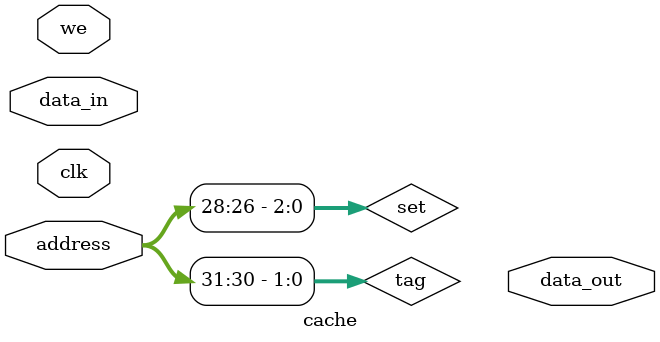
<source format=sv>
module cache #( // 4-way, 8 set, block size 4 bytes
    Data_Width =32, 
    Set_Width = 3,
    BlockOffset = 2,
    ByteOffset = 2,
    Tag_Width = 2
) (
    input logic                             clk,
    input logic [Data_Width-1:0]            data_in,    
    input logic [Data_Width-1:0]            address,  
    input logic                             we,                  

    output logic [Data_Width-1:0]           data_out,   
);
    logic                   valid; //size?
    logic                   hit;
    logic                   dirty;
    logic                   used;
    logic [Set_Width-1:0]   set;
    logic [Tag_Width-1:0]   tag;


    logic [(Data_Width*4+Tag_Width+2):0] cacheMem  [2**5-1 : 0];  //V,U,D,Tag,4*Data

    assign tag = address[Data_Width-1:Data_Width-Tag_Width];
    assign set = address[(Data_Width-Tag_Width-1): (Data_Width-Tag_Width-1-Set_Width)];

endmodule
</source>
